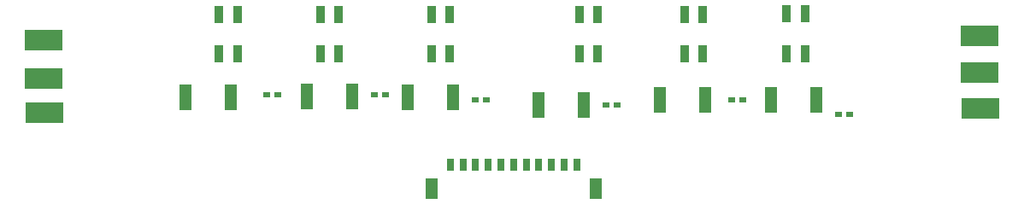
<source format=gts>
G04 #@! TF.GenerationSoftware,KiCad,Pcbnew,6.0.11+dfsg-1*
G04 #@! TF.CreationDate,2024-04-16T10:26:28+10:00*
G04 #@! TF.ProjectId,IR_Sensor_array,49525f53-656e-4736-9f72-5f6172726179,rev?*
G04 #@! TF.SameCoordinates,Original*
G04 #@! TF.FileFunction,Soldermask,Top*
G04 #@! TF.FilePolarity,Negative*
%FSLAX46Y46*%
G04 Gerber Fmt 4.6, Leading zero omitted, Abs format (unit mm)*
G04 Created by KiCad (PCBNEW 6.0.11+dfsg-1) date 2024-04-16 10:26:28*
%MOMM*%
%LPD*%
G01*
G04 APERTURE LIST*
G04 Aperture macros list*
%AMRoundRect*
0 Rectangle with rounded corners*
0 $1 Rounding radius*
0 $2 $3 $4 $5 $6 $7 $8 $9 X,Y pos of 4 corners*
0 Add a 4 corners polygon primitive as box body*
4,1,4,$2,$3,$4,$5,$6,$7,$8,$9,$2,$3,0*
0 Add four circle primitives for the rounded corners*
1,1,$1+$1,$2,$3*
1,1,$1+$1,$4,$5*
1,1,$1+$1,$6,$7*
1,1,$1+$1,$8,$9*
0 Add four rect primitives between the rounded corners*
20,1,$1+$1,$2,$3,$4,$5,0*
20,1,$1+$1,$4,$5,$6,$7,0*
20,1,$1+$1,$6,$7,$8,$9,0*
20,1,$1+$1,$8,$9,$2,$3,0*%
G04 Aperture macros list end*
%ADD10R,1.205598X2.499995*%
%ADD11RoundRect,0.102000X-0.345000X-0.785000X0.345000X-0.785000X0.345000X0.785000X-0.345000X0.785000X0*%
%ADD12R,0.655599X0.499999*%
%ADD13R,3.800000X2.000000*%
%ADD14R,0.800000X1.200000*%
%ADD15R,1.300000X2.150000*%
G04 APERTURE END LIST*
D10*
X180252796Y-96560000D03*
X175747204Y-96560000D03*
D11*
X167167992Y-88025000D03*
X167167992Y-91975000D03*
X168967992Y-91975000D03*
X168967992Y-88025000D03*
D12*
X125799806Y-96056000D03*
X126905404Y-96056000D03*
D10*
X157252796Y-97000000D03*
X152747204Y-97000000D03*
D13*
X196500000Y-97400000D03*
D10*
X122252796Y-96243002D03*
X117747204Y-96243002D03*
D11*
X156793996Y-88025000D03*
X156793996Y-91975000D03*
X158593996Y-91975000D03*
X158593996Y-88025000D03*
D14*
X144000000Y-103000000D03*
X145250000Y-103000000D03*
X146500000Y-103000000D03*
X147750000Y-103000000D03*
X149000000Y-103000000D03*
X150250000Y-103000000D03*
X151500000Y-103000000D03*
X152750000Y-103000000D03*
X154000000Y-103000000D03*
X155250000Y-103000000D03*
X156500000Y-103000000D03*
D15*
X142099999Y-105294999D03*
X158400002Y-105294999D03*
D13*
X103800000Y-97800000D03*
D12*
X136447201Y-96056000D03*
X137552799Y-96056000D03*
D13*
X103700000Y-94400000D03*
D10*
X144252796Y-96243002D03*
X139747204Y-96243002D03*
D13*
X103700000Y-90600000D03*
X196400000Y-90200000D03*
D12*
X159447201Y-97064000D03*
X160552799Y-97064000D03*
X146447201Y-96560000D03*
X147552799Y-96560000D03*
D10*
X169252796Y-96560000D03*
X164747204Y-96560000D03*
D11*
X131100000Y-88025000D03*
X131100000Y-91975000D03*
X132900000Y-91975000D03*
X132900000Y-88025000D03*
D12*
X182447201Y-98000000D03*
X183552799Y-98000000D03*
D13*
X196400000Y-93800000D03*
D10*
X134252796Y-96183002D03*
X129747204Y-96183002D03*
D11*
X121100000Y-88025000D03*
X121100000Y-91975000D03*
X122900000Y-91975000D03*
X122900000Y-88025000D03*
X177313996Y-87965000D03*
X177313996Y-91915000D03*
X179113996Y-91915000D03*
X179113996Y-87965000D03*
X142100000Y-88025000D03*
X142100000Y-91975000D03*
X143900000Y-91975000D03*
X143900000Y-88025000D03*
D12*
X171894402Y-96560000D03*
X173000000Y-96560000D03*
M02*

</source>
